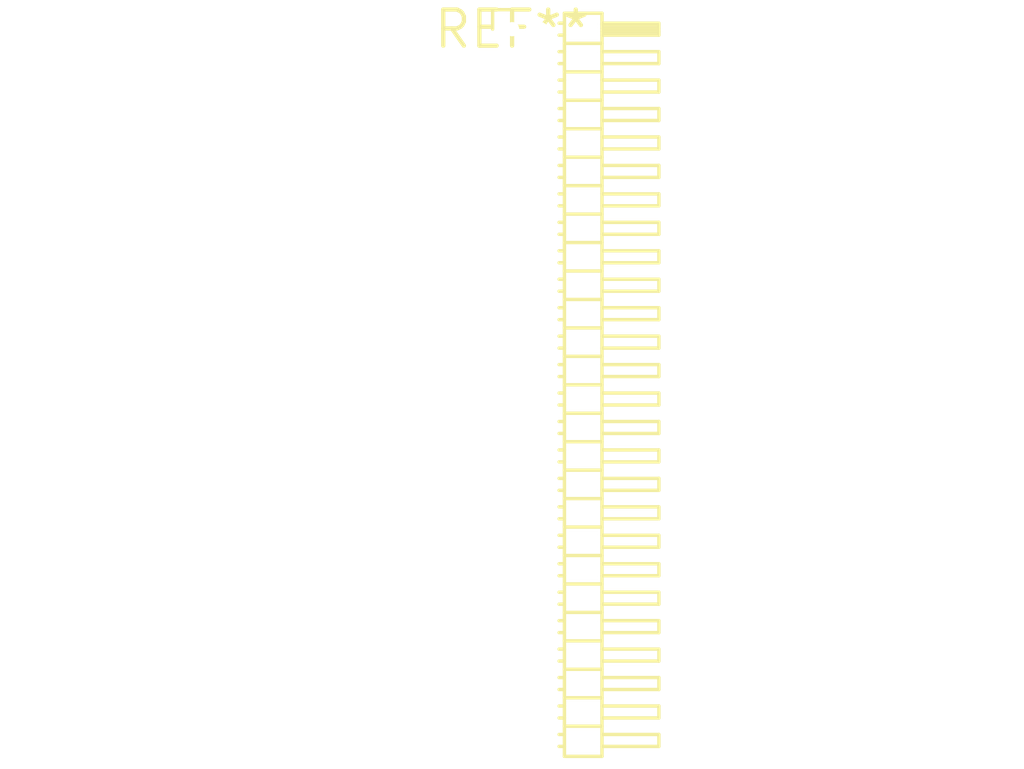
<source format=kicad_pcb>
(kicad_pcb (version 20240108) (generator pcbnew)
  (layers (0 "F.Cu" signal) (31 "B.Cu" signal) (34 "B.Paste" user) (35 "F.Paste" user) (36 "B.SilkS" user "B.Silkscreen") (37 "F.SilkS" user "F.Silkscreen") (38 "B.Mask" user) (39 "F.Mask" user) (44 "Edge.Cuts" user))
  (net 0 "")
  (footprint "PinHeader_2x26_P1.00mm_Horizontal" (layer "F.Cu") (at 0 0)
    (property "Reference" "REF**")
    (property "Value" "PinHeader_2x26_P1.00mm_Horizontal")
    (fp_line (start -0.685 -0.685) (end 0 -0.685) (layer "F.SilkS") (stroke (width 0.12)))
    (fp_line (start -0.685 0) (end -0.685 -0.685) (layer "F.SilkS") (stroke (width 0.12)))
    (fp_line (start 1.652016 -0.21) (end 1.84 -0.21) (layer "F.SilkS") (stroke (width 0.12)))
    (fp_line (start 1.652016 0.21) (end 1.84 0.21) (layer "F.SilkS") (stroke (width 0.12)))
    (fp_line (start 1.652016 0.79) (end 1.84 0.79) (layer "F.SilkS") (stroke (width 0.12)))
    (fp_line (start 1.652016 1.21) (end 1.84 1.21) (layer "F.SilkS") (stroke (width 0.12)))
    (fp_line (start 1.652016 1.79) (end 1.84 1.79) (layer "F.SilkS") (stroke (width 0.12)))
    (fp_line (start 1.652016 2.21) (end 1.84 2.21) (layer "F.SilkS") (stroke (width 0.12)))
    (fp_line (start 1.652016 2.79) (end 1.84 2.79) (layer "F.SilkS") (stroke (width 0.12)))
    (fp_line (start 1.652016 3.21) (end 1.84 3.21) (layer "F.SilkS") (stroke (width 0.12)))
    (fp_line (start 1.652016 3.79) (end 1.84 3.79) (layer "F.SilkS") (stroke (width 0.12)))
    (fp_line (start 1.652016 4.21) (end 1.84 4.21) (layer "F.SilkS") (stroke (width 0.12)))
    (fp_line (start 1.652016 4.79) (end 1.84 4.79) (layer "F.SilkS") (stroke (width 0.12)))
    (fp_line (start 1.652016 5.21) (end 1.84 5.21) (layer "F.SilkS") (stroke (width 0.12)))
    (fp_line (start 1.652016 5.79) (end 1.84 5.79) (layer "F.SilkS") (stroke (width 0.12)))
    (fp_line (start 1.652016 6.21) (end 1.84 6.21) (layer "F.SilkS") (stroke (width 0.12)))
    (fp_line (start 1.652016 6.79) (end 1.84 6.79) (layer "F.SilkS") (stroke (width 0.12)))
    (fp_line (start 1.652016 7.21) (end 1.84 7.21) (layer "F.SilkS") (stroke (width 0.12)))
    (fp_line (start 1.652016 7.79) (end 1.84 7.79) (layer "F.SilkS") (stroke (width 0.12)))
    (fp_line (start 1.652016 8.21) (end 1.84 8.21) (layer "F.SilkS") (stroke (width 0.12)))
    (fp_line (start 1.652016 8.79) (end 1.84 8.79) (layer "F.SilkS") (stroke (width 0.12)))
    (fp_line (start 1.652016 9.21) (end 1.84 9.21) (layer "F.SilkS") (stroke (width 0.12)))
    (fp_line (start 1.652016 9.79) (end 1.84 9.79) (layer "F.SilkS") (stroke (width 0.12)))
    (fp_line (start 1.652016 10.21) (end 1.84 10.21) (layer "F.SilkS") (stroke (width 0.12)))
    (fp_line (start 1.652016 10.79) (end 1.84 10.79) (layer "F.SilkS") (stroke (width 0.12)))
    (fp_line (start 1.652016 11.21) (end 1.84 11.21) (layer "F.SilkS") (stroke (width 0.12)))
    (fp_line (start 1.652016 11.79) (end 1.84 11.79) (layer "F.SilkS") (stroke (width 0.12)))
    (fp_line (start 1.652016 12.21) (end 1.84 12.21) (layer "F.SilkS") (stroke (width 0.12)))
    (fp_line (start 1.652016 12.79) (end 1.84 12.79) (layer "F.SilkS") (stroke (width 0.12)))
    (fp_line (start 1.652016 13.21) (end 1.84 13.21) (layer "F.SilkS") (stroke (width 0.12)))
    (fp_line (start 1.652016 13.79) (end 1.84 13.79) (layer "F.SilkS") (stroke (width 0.12)))
    (fp_line (start 1.652016 14.21) (end 1.84 14.21) (layer "F.SilkS") (stroke (width 0.12)))
    (fp_line (start 1.652016 14.79) (end 1.84 14.79) (layer "F.SilkS") (stroke (width 0.12)))
    (fp_line (start 1.652016 15.21) (end 1.84 15.21) (layer "F.SilkS") (stroke (width 0.12)))
    (fp_line (start 1.652016 15.79) (end 1.84 15.79) (layer "F.SilkS") (stroke (width 0.12)))
    (fp_line (start 1.652016 16.21) (end 1.84 16.21) (layer "F.SilkS") (stroke (width 0.12)))
    (fp_line (start 1.652016 16.79) (end 1.84 16.79) (layer "F.SilkS") (stroke (width 0.12)))
    (fp_line (start 1.652016 17.21) (end 1.84 17.21) (layer "F.SilkS") (stroke (width 0.12)))
    (fp_line (start 1.652016 17.79) (end 1.84 17.79) (layer "F.SilkS") (stroke (width 0.12)))
    (fp_line (start 1.652016 18.21) (end 1.84 18.21) (layer "F.SilkS") (stroke (width 0.12)))
    (fp_line (start 1.652016 18.79) (end 1.84 18.79) (layer "F.SilkS") (stroke (width 0.12)))
    (fp_line (start 1.652016 19.21) (end 1.84 19.21) (layer "F.SilkS") (stroke (width 0.12)))
    (fp_line (start 1.652016 19.79) (end 1.84 19.79) (layer "F.SilkS") (stroke (width 0.12)))
    (fp_line (start 1.652016 20.21) (end 1.84 20.21) (layer "F.SilkS") (stroke (width 0.12)))
    (fp_line (start 1.652016 20.79) (end 1.84 20.79) (layer "F.SilkS") (stroke (width 0.12)))
    (fp_line (start 1.652016 21.21) (end 1.84 21.21) (layer "F.SilkS") (stroke (width 0.12)))
    (fp_line (start 1.652016 21.79) (end 1.84 21.79) (layer "F.SilkS") (stroke (width 0.12)))
    (fp_line (start 1.652016 22.21) (end 1.84 22.21) (layer "F.SilkS") (stroke (width 0.12)))
    (fp_line (start 1.652016 22.79) (end 1.84 22.79) (layer "F.SilkS") (stroke (width 0.12)))
    (fp_line (start 1.652016 23.21) (end 1.84 23.21) (layer "F.SilkS") (stroke (width 0.12)))
    (fp_line (start 1.652016 23.79) (end 1.84 23.79) (layer "F.SilkS") (stroke (width 0.12)))
    (fp_line (start 1.652016 24.21) (end 1.84 24.21) (layer "F.SilkS") (stroke (width 0.12)))
    (fp_line (start 1.652016 24.79) (end 1.84 24.79) (layer "F.SilkS") (stroke (width 0.12)))
    (fp_line (start 1.652016 25.21) (end 1.84 25.21) (layer "F.SilkS") (stroke (width 0.12)))
    (fp_line (start 1.84 -0.56) (end 1.84 25.56) (layer "F.SilkS") (stroke (width 0.12)))
    (fp_line (start 1.84 0.5) (end 3.16 0.5) (layer "F.SilkS") (stroke (width 0.12)))
    (fp_line (start 1.84 1.5) (end 3.16 1.5) (layer "F.SilkS") (stroke (width 0.12)))
    (fp_line (start 1.84 2.5) (end 3.16 2.5) (layer "F.SilkS") (stroke (width 0.12)))
    (fp_line (start 1.84 3.5) (end 3.16 3.5) (layer "F.SilkS") (stroke (width 0.12)))
    (fp_line (start 1.84 4.5) (end 3.16 4.5) (layer "F.SilkS") (stroke (width 0.12)))
    (fp_line (start 1.84 5.5) (end 3.16 5.5) (layer "F.SilkS") (stroke (width 0.12)))
    (fp_line (start 1.84 6.5) (end 3.16 6.5) (layer "F.SilkS") (stroke (width 0.12)))
    (fp_line (start 1.84 7.5) (end 3.16 7.5) (layer "F.SilkS") (stroke (width 0.12)))
    (fp_line (start 1.84 8.5) (end 3.16 8.5) (layer "F.SilkS") (stroke (width 0.12)))
    (fp_line (start 1.84 9.5) (end 3.16 9.5) (layer "F.SilkS") (stroke (width 0.12)))
    (fp_line (start 1.84 10.5) (end 3.16 10.5) (layer "F.SilkS") (stroke (width 0.12)))
    (fp_line (start 1.84 11.5) (end 3.16 11.5) (layer "F.SilkS") (stroke (width 0.12)))
    (fp_line (start 1.84 12.5) (end 3.16 12.5) (layer "F.SilkS") (stroke (width 0.12)))
    (fp_line (start 1.84 13.5) (end 3.16 13.5) (layer "F.SilkS") (stroke (width 0.12)))
    (fp_line (start 1.84 14.5) (end 3.16 14.5) (layer "F.SilkS") (stroke (width 0.12)))
    (fp_line (start 1.84 15.5) (end 3.16 15.5) (layer "F.SilkS") (stroke (width 0.12)))
    (fp_line (start 1.84 16.5) (end 3.16 16.5) (layer "F.SilkS") (stroke (width 0.12)))
    (fp_line (start 1.84 17.5) (end 3.16 17.5) (layer "F.SilkS") (stroke (width 0.12)))
    (fp_line (start 1.84 18.5) (end 3.16 18.5) (layer "F.SilkS") (stroke (width 0.12)))
    (fp_line (start 1.84 19.5) (end 3.16 19.5) (layer "F.SilkS") (stroke (width 0.12)))
    (fp_line (start 1.84 20.5) (end 3.16 20.5) (layer "F.SilkS") (stroke (width 0.12)))
    (fp_line (start 1.84 21.5) (end 3.16 21.5) (layer "F.SilkS") (stroke (width 0.12)))
    (fp_line (start 1.84 22.5) (end 3.16 22.5) (layer "F.SilkS") (stroke (width 0.12)))
    (fp_line (start 1.84 23.5) (end 3.16 23.5) (layer "F.SilkS") (stroke (width 0.12)))
    (fp_line (start 1.84 24.5) (end 3.16 24.5) (layer "F.SilkS") (stroke (width 0.12)))
    (fp_line (start 1.84 25.56) (end 3.16 25.56) (layer "F.SilkS") (stroke (width 0.12)))
    (fp_line (start 3.16 -0.56) (end 1.84 -0.56) (layer "F.SilkS") (stroke (width 0.12)))
    (fp_line (start 3.16 -0.21) (end 5.16 -0.21) (layer "F.SilkS") (stroke (width 0.12)))
    (fp_line (start 3.16 -0.15) (end 5.16 -0.15) (layer "F.SilkS") (stroke (width 0.12)))
    (fp_line (start 3.16 -0.03) (end 5.16 -0.03) (layer "F.SilkS") (stroke (width 0.12)))
    (fp_line (start 3.16 0.09) (end 5.16 0.09) (layer "F.SilkS") (stroke (width 0.12)))
    (fp_line (start 3.16 0.79) (end 5.16 0.79) (layer "F.SilkS") (stroke (width 0.12)))
    (fp_line (start 3.16 1.79) (end 5.16 1.79) (layer "F.SilkS") (stroke (width 0.12)))
    (fp_line (start 3.16 2.79) (end 5.16 2.79) (layer "F.SilkS") (stroke (width 0.12)))
    (fp_line (start 3.16 3.79) (end 5.16 3.79) (layer "F.SilkS") (stroke (width 0.12)))
    (fp_line (start 3.16 4.79) (end 5.16 4.79) (layer "F.SilkS") (stroke (width 0.12)))
    (fp_line (start 3.16 5.79) (end 5.16 5.79) (layer "F.SilkS") (stroke (width 0.12)))
    (fp_line (start 3.16 6.79) (end 5.16 6.79) (layer "F.SilkS") (stroke (width 0.12)))
    (fp_line (start 3.16 7.79) (end 5.16 7.79) (layer "F.SilkS") (stroke (width 0.12)))
    (fp_line (start 3.16 8.79) (end 5.16 8.79) (layer "F.SilkS") (stroke (width 0.12)))
    (fp_line (start 3.16 9.79) (end 5.16 9.79) (layer "F.SilkS") (stroke (width 0.12)))
    (fp_line (start 3.16 10.79) (end 5.16 10.79) (layer "F.SilkS") (stroke (width 0.12)))
    (fp_line (start 3.16 11.79) (end 5.16 11.79) (layer "F.SilkS") (stroke (width 0.12)))
    (fp_line (start 3.16 12.79) (end 5.16 12.79) (layer "F.SilkS") (stroke (width 0.12)))
    (fp_line (start 3.16 13.79) (end 5.16 13.79) (layer "F.SilkS") (stroke (width 0.12)))
    (fp_line (start 3.16 14.79) (end 5.16 14.79) (layer "F.SilkS") (stroke (width 0.12)))
    (fp_line (start 3.16 15.79) (end 5.16 15.79) (layer "F.SilkS") (stroke (width 0.12)))
    (fp_line (start 3.16 16.79) (end 5.16 16.79) (layer "F.SilkS") (stroke (width 0.12)))
    (fp_line (start 3.16 17.79) (end 5.16 17.79) (layer "F.SilkS") (stroke (width 0.12)))
    (fp_line (start 3.16 18.79) (end 5.16 18.79) (layer "F.SilkS") (stroke (width 0.12)))
    (fp_line (start 3.16 19.79) (end 5.16 19.79) (layer "F.SilkS") (stroke (width 0.12)))
    (fp_line (start 3.16 20.79) (end 5.16 20.79) (layer "F.SilkS") (stroke (width 0.12)))
    (fp_line (start 3.16 21.79) (end 5.16 21.79) (layer "F.SilkS") (stroke (width 0.12)))
    (fp_line (start 3.16 22.79) (end 5.16 22.79) (layer "F.SilkS") (stroke (width 0.12)))
    (fp_line (start 3.16 23.79) (end 5.16 23.79) (layer "F.SilkS") (stroke (width 0.12)))
    (fp_line (start 3.16 24.79) (end 5.16 24.79) (layer "F.SilkS") (stroke (width 0.12)))
    (fp_line (start 3.16 25.56) (end 3.16 -0.56) (layer "F.SilkS") (stroke (width 0.12)))
    (fp_line (start 5.16 -0.21) (end 5.16 0.21) (layer "F.SilkS") (stroke (width 0.12)))
    (fp_line (start 5.16 0.21) (end 3.16 0.21) (layer "F.SilkS") (stroke (width 0.12)))
    (fp_line (start 5.16 0.79) (end 5.16 1.21) (layer "F.SilkS") (stroke (width 0.12)))
    (fp_line (start 5.16 1.21) (end 3.16 1.21) (layer "F.SilkS") (stroke (width 0.12)))
    (fp_line (start 5.16 1.79) (end 5.16 2.21) (layer "F.SilkS") (stroke (width 0.12)))
    (fp_line (start 5.16 2.21) (end 3.16 2.21) (layer "F.SilkS") (stroke (width 0.12)))
    (fp_line (start 5.16 2.79) (end 5.16 3.21) (layer "F.SilkS") (stroke (width 0.12)))
    (fp_line (start 5.16 3.21) (end 3.16 3.21) (layer "F.SilkS") (stroke (width 0.12)))
    (fp_line (start 5.16 3.79) (end 5.16 4.21) (layer "F.SilkS") (stroke (width 0.12)))
    (fp_line (start 5.16 4.21) (end 3.16 4.21) (layer "F.SilkS") (stroke (width 0.12)))
    (fp_line (start 5.16 4.79) (end 5.16 5.21) (layer "F.SilkS") (stroke (width 0.12)))
    (fp_line (start 5.16 5.21) (end 3.16 5.21) (layer "F.SilkS") (stroke (width 0.12)))
    (fp_line (start 5.16 5.79) (end 5.16 6.21) (layer "F.SilkS") (stroke (width 0.12)))
    (fp_line (start 5.16 6.21) (end 3.16 6.21) (layer "F.SilkS") (stroke (width 0.12)))
    (fp_line (start 5.16 6.79) (end 5.16 7.21) (layer "F.SilkS") (stroke (width 0.12)))
    (fp_line (start 5.16 7.21) (end 3.16 7.21) (layer "F.SilkS") (stroke (width 0.12)))
    (fp_line (start 5.16 7.79) (end 5.16 8.21) (layer "F.SilkS") (stroke (width 0.12)))
    (fp_line (start 5.16 8.21) (end 3.16 8.21) (layer "F.SilkS") (stroke (width 0.12)))
    (fp_line (start 5.16 8.79) (end 5.16 9.21) (layer "F.SilkS") (stroke (width 0.12)))
    (fp_line (start 5.16 9.21) (end 3.16 9.21) (layer "F.SilkS") (stroke (width 0.12)))
    (fp_line (start 5.16 9.79) (end 5.16 10.21) (layer "F.SilkS") (stroke (width 0.12)))
    (fp_line (start 5.16 10.21) (end 3.16 10.21) (layer "F.SilkS") (stroke (width 0.12)))
    (fp_line (start 5.16 10.79) (end 5.16 11.21) (layer "F.SilkS") (stroke (width 0.12)))
    (fp_line (start 5.16 11.21) (end 3.16 11.21) (layer "F.SilkS") (stroke (width 0.12)))
    (fp_line (start 5.16 11.79) (end 5.16 12.21) (layer "F.SilkS") (stroke (width 0.12)))
    (fp_line (start 5.16 12.21) (end 3.16 12.21) (layer "F.SilkS") (stroke (width 0.12)))
    (fp_line (start 5.16 12.79) (end 5.16 13.21) (layer "F.SilkS") (stroke (width 0.12)))
    (fp_line (start 5.16 13.21) (end 3.16 13.21) (layer "F.SilkS") (stroke (width 0.12)))
    (fp_line (start 5.16 13.79) (end 5.16 14.21) (layer "F.SilkS") (stroke (width 0.12)))
    (fp_line (start 5.16 14.21) (end 3.16 14.21) (layer "F.SilkS") (stroke (width 0.12)))
    (fp_line (start 5.16 14.79) (end 5.16 15.21) (layer "F.SilkS") (stroke (width 0.12)))
    (fp_line (start 5.16 15.21) (end 3.16 15.21) (layer "F.SilkS") (stroke (width 0.12)))
    (fp_line (start 5.16 15.79) (end 5.16 16.21) (layer "F.SilkS") (stroke (width 0.12)))
    (fp_line (start 5.16 16.21) (end 3.16 16.21) (layer "F.SilkS") (stroke (width 0.12)))
    (fp_line (start 5.16 16.79) (end 5.16 17.21) (layer "F.SilkS") (stroke (width 0.12)))
    (fp_line (start 5.16 17.21) (end 3.16 17.21) (layer "F.SilkS") (stroke (width 0.12)))
    (fp_line (start 5.16 17.79) (end 5.16 18.21) (layer "F.SilkS") (stroke (width 0.12)))
    (fp_line (start 5.16 18.21) (end 3.16 18.21) (layer "F.SilkS") (stroke (width 0.12)))
    (fp_line (start 5.16 18.79) (end 5.16 19.21) (layer "F.SilkS") (stroke (width 0.12)))
    (fp_line (start 5.16 19.21) (end 3.16 19.21) (layer "F.SilkS") (stroke (width 0.12)))
    (fp_line (start 5.16 19.79) (end 5.16 20.21) (layer "F.SilkS") (stroke (width 0.12)))
    (fp_line (start 5.16 20.21) (end 3.16 20.21) (layer "F.SilkS") (stroke (width 0.12)))
    (fp_line (start 5.16 20.79) (end 5.16 21.21) (layer "F.SilkS") (stroke (width 0.12)))
    (fp_line (start 5.16 21.21) (end 3.16 21.21) (layer "F.SilkS") (stroke (width 0.12)))
    (fp_line (start 5.16 21.79) (end 5.16 22.21) (layer "F.SilkS") (stroke (width 0.12)))
    (fp_line (start 5.16 22.21) (end 3.16 22.21) (layer "F.SilkS") (stroke (width 0.12)))
    (fp_line (start 5.16 22.79) (end 5.16 23.21) (layer "F.SilkS") (stroke (width 0.12)))
    (fp_line (start 5.16 23.21) (end 3.16 23.21) (layer "F.SilkS") (stroke (width 0.12)))
    (fp_line (start 5.16 23.79) (end 5.16 24.21) (layer "F.SilkS") (stroke (width 0.12)))
    (fp_line (start 5.16 24.21) (end 3.16 24.21) (layer "F.SilkS") (stroke (width 0.12)))
    (fp_line (start 5.16 24.79) (end 5.16 25.21) (layer "F.SilkS") (stroke (width 0.12)))
    (fp_line (start 5.16 25.21) (end 3.16 25.21) (layer "F.SilkS") (stroke (width 0.12)))
    (pad "1" thru_hole rect (at 0 0) (size 0.85 0.85) (drill 0.5) (layers *.Cu *.Mask) (remove_unused_layers))
    (pad "2" thru_hole oval (at 1 0) (size 0.85 0.85) (drill 0.5) (layers *.Cu *.Mask) (remove_unused_layers))
    (pad "3" thru_hole oval (at 0 1) (size 0.85 0.85) (drill 0.5) (layers *.Cu *.Mask) (remove_unused_layers))
    (pad "4" thru_hole oval (at 1 1) (size 0.85 0.85) (drill 0.5) (layers *.Cu *.Mask) (remove_unused_layers))
    (pad "5" thru_hole oval (at 0 2) (size 0.85 0.85) (drill 0.5) (layers *.Cu *.Mask) (remove_unused_layers))
    (pad "6" thru_hole oval (at 1 2) (size 0.85 0.85) (drill 0.5) (layers *.Cu *.Mask) (remove_unused_layers))
    (pad "7" thru_hole oval (at 0 3) (size 0.85 0.85) (drill 0.5) (layers *.Cu *.Mask) (remove_unused_layers))
    (pad "8" thru_hole oval (at 1 3) (size 0.85 0.85) (drill 0.5) (layers *.Cu *.Mask) (remove_unused_layers))
    (pad "9" thru_hole oval (at 0 4) (size 0.85 0.85) (drill 0.5) (layers *.Cu *.Mask) (remove_unused_layers))
    (pad "10" thru_hole oval (at 1 4) (size 0.85 0.85) (drill 0.5) (layers *.Cu *.Mask) (remove_unused_layers))
    (pad "11" thru_hole oval (at 0 5) (size 0.85 0.85) (drill 0.5) (layers *.Cu *.Mask) (remove_unused_layers))
    (pad "12" thru_hole oval (at 1 5) (size 0.85 0.85) (drill 0.5) (layers *.Cu *.Mask) (remove_unused_layers))
    (pad "13" thru_hole oval (at 0 6) (size 0.85 0.85) (drill 0.5) (layers *.Cu *.Mask) (remove_unused_layers))
    (pad "14" thru_hole oval (at 1 6) (size 0.85 0.85) (drill 0.5) (layers *.Cu *.Mask) (remove_unused_layers))
    (pad "15" thru_hole oval (at 0 7) (size 0.85 0.85) (drill 0.5) (layers *.Cu *.Mask) (remove_unused_layers))
    (pad "16" thru_hole oval (at 1 7) (size 0.85 0.85) (drill 0.5) (layers *.Cu *.Mask) (remove_unused_layers))
    (pad "17" thru_hole oval (at 0 8) (size 0.85 0.85) (drill 0.5) (layers *.Cu *.Mask) (remove_unused_layers))
    (pad "18" thru_hole oval (at 1 8) (size 0.85 0.85) (drill 0.5) (layers *.Cu *.Mask) (remove_unused_layers))
    (pad "19" thru_hole oval (at 0 9) (size 0.85 0.85) (drill 0.5) (layers *.Cu *.Mask) (remove_unused_layers))
    (pad "20" thru_hole oval (at 1 9) (size 0.85 0.85) (drill 0.5) (layers *.Cu *.Mask) (remove_unused_layers))
    (pad "21" thru_hole oval (at 0 10) (size 0.85 0.85) (drill 0.5) (layers *.Cu *.Mask) (remove_unused_layers))
    (pad "22" thru_hole oval (at 1 10) (size 0.85 0.85) (drill 0.5) (layers *.Cu *.Mask) (remove_unused_layers))
    (pad "23" thru_hole oval (at 0 11) (size 0.85 0.85) (drill 0.5) (layers *.Cu *.Mask) (remove_unused_layers))
    (pad "24" thru_hole oval (at 1 11) (size 0.85 0.85) (drill 0.5) (layers *.Cu *.Mask) (remove_unused_layers))
    (pad "25" thru_hole oval (at 0 12) (size 0.85 0.85) (drill 0.5) (layers *.Cu *.Mask) (remove_unused_layers))
    (pad "26" thru_hole oval (at 1 12) (size 0.85 0.85) (drill 0.5) (layers *.Cu *.Mask) (remove_unused_layers))
    (pad "27" thru_hole oval (at 0 13) (size 0.85 0.85) (drill 0.5) (layers *.Cu *.Mask) (remove_unused_layers))
    (pad "28" thru_hole oval (at 1 13) (size 0.85 0.85) (drill 0.5) (layers *.Cu *.Mask) (remove_unused_layers))
    (pad "29" thru_hole oval (at 0 14) (size 0.85 0.85) (drill 0.5) (layers *.Cu *.Mask) (remove_unused_layers))
    (pad "30" thru_hole oval (at 1 14) (size 0.85 0.85) (drill 0.5) (layers *.Cu *.Mask) (remove_unused_layers))
    (pad "31" thru_hole oval (at 0 15) (size 0.85 0.85) (drill 0.5) (layers *.Cu *.Mask) (remove_unused_layers))
    (pad "32" thru_hole oval (at 1 15) (size 0.85 0.85) (drill 0.5) (layers *.Cu *.Mask) (remove_unused_layers))
    (pad "33" thru_hole oval (at 0 16) (size 0.85 0.85) (drill 0.5) (layers *.Cu *.Mask) (remove_unused_layers))
    (pad "34" thru_hole oval (at 1 16) (size 0.85 0.85) (drill 0.5) (layers *.Cu *.Mask) (remove_unused_layers))
    (pad "35" thru_hole oval (at 0 17) (size 0.85 0.85) (drill 0.5) (layers *.Cu *.Mask) (remove_unused_layers))
    (pad "36" thru_hole oval (at 1 17) (size 0.85 0.85) (drill 0.5) (layers *.Cu *.Mask) (remove_unused_layers))
    (pad "37" thru_hole oval (at 0 18) (size 0.85 0.85) (drill 0.5) (layers *.Cu *.Mask) (remove_unused_layers))
    (pad "38" thru_hole oval (at 1 18) (size 0.85 0.85) (drill 0.5) (layers *.Cu *.Mask) (remove_unused_layers))
    (pad "39" thru_hole oval (at 0 19) (size 0.85 0.85) (drill 0.5) (layers *.Cu *.Mask) (remove_unused_layers))
    (pad "40" thru_hole oval (at 1 19) (size 0.85 0.85) (drill 0.5) (layers *.Cu *.Mask) (remove_unused_layers))
    (pad "41" thru_hole oval (at 0 20) (size 0.85 0.85) (drill 0.5) (layers *.Cu *.Mask) (remove_unused_layers))
    (pad "42" thru_hole oval (at 1 20) (size 0.85 0.85) (drill 0.5) (layers *.Cu *.Mask) (remove_unused_layers))
    (pad "43" thru_hole oval (at 0 21) (size 0.85 0.85) (drill 0.5) (layers *.Cu *.Mask) (remove_unused_layers))
    (pad "44" thru_hole oval (at 1 21) (size 0.85 0.85) (drill 0.5) (layers *.Cu *.Mask) (remove_unused_layers))
    (pad "45" thru_hole oval (at 0 22) (size 0.85 0.85) (drill 0.5) (layers *.Cu *.Mask) (remove_unused_layers))
    (pad "46" thru_hole oval (at 1 22) (size 0.85 0.85) (drill 0.5) (layers *.Cu *.Mask) (remove_unused_layers))
    (pad "47" thru_hole oval (at 0 23) (size 0.85 0.85) (drill 0.5) (layers *.Cu *.Mask) (remove_unused_layers))
    (pad "48" thru_hole oval (at 1 23) (size 0.85 0.85) (drill 0.5) (layers *.Cu *.Mask) (remove_unused_layers))
    (pad "49" thru_hole oval (at 0 24) (size 0.85 0.85) (drill 0.5) (layers *.Cu *.Mask) (remove_unused_layers))
    (pad "50" thru_hole oval (at 1 24) (size 0.85 0.85) (drill 0.5) (layers *.Cu *.Mask) (remove_unused_layers))
    (pad "51" thru_hole oval (at 0 25) (size 0.85 0.85) (drill 0.5) (layers *.Cu *.Mask) (remove_unused_layers))
    (pad "52" thru_hole oval (at 1 25) (size 0.85 0.85) (drill 0.5) (layers *.Cu *.Mask) (remove_unused_layers))
  )
)
</source>
